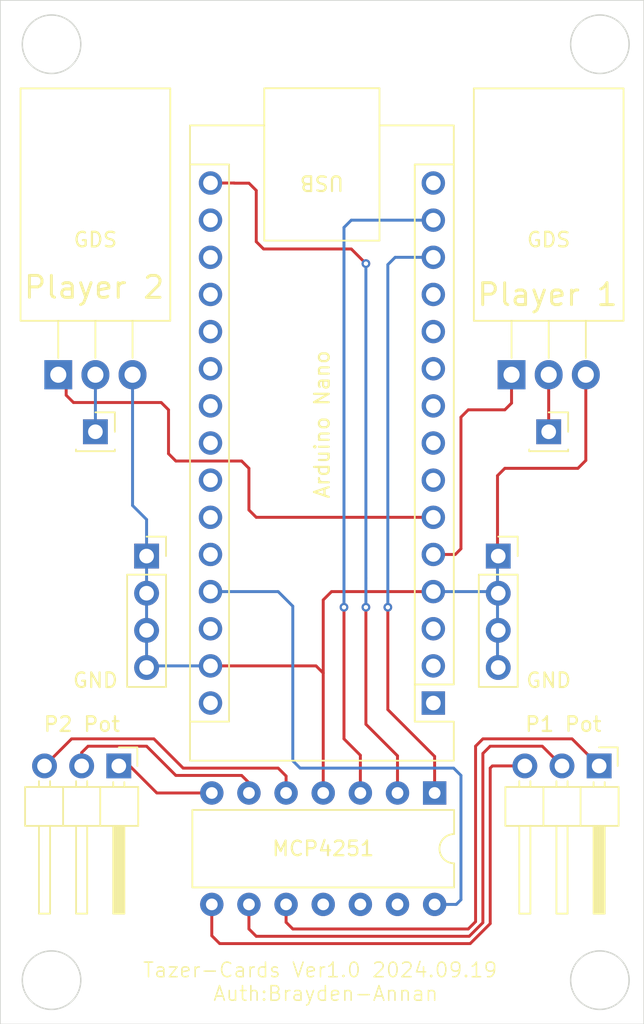
<source format=kicad_pcb>
(kicad_pcb (version 20240108) (generator "pcbnew") (generator_version "8.0")
  (layers (0 "F.Cu" signal) (31 "B.Cu" signal) (34 "B.Paste" user) (35 "F.Paste" user) (36 "B.SilkS" user "B.Silkscreen") (37 "F.SilkS" user "F.Silkscreen") (38 "B.Mask" user) (39 "F.Mask" user) (44 "Edge.Cuts" user))
  (net 0 "")
  (net 6 "GND")
  (net 10 "D3")
  (net 14 "5V")
  (net 19 "D10")
  (net 20 "D2")
  (net 22 "D11")
  (net 25 "D13")
  (net 31 "MCP9")
  (net 32 "MCP10")
  (net 33 "MCP6")
  (net 34 "MCP8")
  (net 36 "MCP5")
  (net 37 "MCP7")
  (net 39 "Net-(J2-Pin_1)")
  (net 40 "Net-(J6-Pin_1)")
  (footprint "Package_TO_SOT_THT:TO-220-3_Horizontal_TabDown" (layer "F.Cu") (at 162.46 87.6)
    (property "Reference" "Q1" (hide yes))
    (property "Value" "GDS" (at 2.54 -9.23 0) (layer "F.SilkS"))
    (fp_line (start -2.58 -19.58) (end -2.58 -3.69) (stroke (width 0.12)) (layer "F.SilkS"))
    (fp_line (start -2.58 -19.58) (end 7.66 -19.58) (stroke (width 0.12)) (layer "F.SilkS"))
    (fp_line (start -2.58 -3.69) (end 7.66 -3.69) (stroke (width 0.12)) (layer "F.SilkS"))
    (fp_line (start 0 -3.69) (end 0 -1.15) (stroke (width 0.12)) (layer "F.SilkS"))
    (fp_line (start 2.54 -3.69) (end 2.54 -1.15) (stroke (width 0.12)) (layer "F.SilkS"))
    (fp_line (start 5.08 -3.69) (end 5.08 -1.15) (stroke (width 0.12)) (layer "F.SilkS"))
    (fp_line (start 7.66 -19.58) (end 7.66 -3.69) (stroke (width 0.12)) (layer "F.SilkS"))
    (pad "" np_thru_hole oval (at 2.54 -16.66) (size 3.5 3.5) (drill 3.5) (layers "*.Cu" "*.Mask"))
    (pad "1" thru_hole rect (at 0 0) (size 1.905 2) (drill 1.1) (layers "*.Cu" "*.Mask") (net 20 "D2"))
    (pad "2" thru_hole oval (at 2.54 0) (size 1.905 2) (drill 1.1) (layers "*.Cu" "*.Mask") (net 39 "Net-(J2-Pin_1)"))
    (pad "3" thru_hole oval (at 5.08 0) (size 1.905 2) (drill 1.1) (layers "*.Cu" "*.Mask") (net 6 "GND"))
  )
  (footprint "Module:Arduino_Nano" (layer "F.Cu") (at 157.11 110.05 180)
    (property "Reference" "A2" (hide yes))
    (property "Value" "Arduino Nano" (at 7.61 19.05 90) (layer "F.SilkS"))
    (fp_line (start 16.64 39.5) (end 16.64 -3.94) (stroke (width 0.12)) (layer "F.SilkS"))
    (fp_line (start 16.64 39.5) (end 11.56 39.5) (stroke (width 0.12)) (layer "F.SilkS"))
    (fp_line (start 16.64 -3.94) (end -1.4 -3.94) (stroke (width 0.12)) (layer "F.SilkS"))
    (fp_line (start 13.97 36.83) (end 16.64 36.83) (stroke (width 0.12)) (layer "F.SilkS"))
    (fp_line (start 13.97 -1.27) (end 16.64 -1.27) (stroke (width 0.12)) (layer "F.SilkS"))
    (fp_line (start 13.97 -1.27) (end 13.97 36.83) (stroke (width 0.12)) (layer "F.SilkS"))
    (fp_line (start 11.56 42.04) (end 3.68 42.04) (stroke (width 0.12)) (layer "F.SilkS"))
    (fp_line (start 11.56 31.62) (end 11.56 42.04) (stroke (width 0.12)) (layer "F.SilkS"))
    (fp_line (start 3.68 42.04) (end 3.68 31.62) (stroke (width 0.12)) (layer "F.SilkS"))
    (fp_line (start 3.68 31.62) (end 11.56 31.62) (stroke (width 0.12)) (layer "F.SilkS"))
    (fp_line (start 1.27 36.83) (end -1.4 36.83) (stroke (width 0.12)) (layer "F.SilkS"))
    (fp_line (start 1.27 1.27) (end 1.27 36.83) (stroke (width 0.12)) (layer "F.SilkS"))
    (fp_line (start 1.27 1.27) (end 1.27 -1.27) (stroke (width 0.12)) (layer "F.SilkS"))
    (fp_line (start 1.27 1.27) (end -1.4 1.27) (stroke (width 0.12)) (layer "F.SilkS"))
    (fp_line (start 1.27 -1.27) (end -1.4 -1.27) (stroke (width 0.12)) (layer "F.SilkS"))
    (fp_line (start -1.4 39.5) (end 3.68 39.5) (stroke (width 0.12)) (layer "F.SilkS"))
    (fp_line (start -1.4 1.27) (end -1.4 39.5) (stroke (width 0.12)) (layer "F.SilkS"))
    (fp_line (start -1.4 -3.94) (end -1.4 -1.27) (stroke (width 0.12)) (layer "F.SilkS"))
    (fp_text user "USB" (at 7.62 35.56 180) (layer "F.SilkS"))
    (pad "1" thru_hole rect (at 0 0 180) (size 1.6 1.6) (drill 1) (layers "*.Cu" "*.Mask"))
    (pad "2" thru_hole oval (at 0 2.54 180) (size 1.6 1.6) (drill 1) (layers "*.Cu" "*.Mask"))
    (pad "3" thru_hole oval (at 0 5.08 180) (size 1.6 1.6) (drill 1) (layers "*.Cu" "*.Mask"))
    (pad "4" thru_hole oval (at 0 7.62 180) (size 1.6 1.6) (drill 1) (layers "*.Cu" "*.Mask") (net 6 "GND"))
    (pad "5" thru_hole oval (at 0 10.16 180) (size 1.6 1.6) (drill 1) (layers "*.Cu" "*.Mask") (net 20 "D2"))
    (pad "6" thru_hole oval (at 0 12.7 180) (size 1.6 1.6) (drill 1) (layers "*.Cu" "*.Mask") (net 10 "D3"))
    (pad "7" thru_hole oval (at 0 15.24 180) (size 1.6 1.6) (drill 1) (layers "*.Cu" "*.Mask"))
    (pad "8" thru_hole oval (at 0 17.78 180) (size 1.6 1.6) (drill 1) (layers "*.Cu" "*.Mask"))
    (pad "9" thru_hole oval (at 0 20.32 180) (size 1.6 1.6) (drill 1) (layers "*.Cu" "*.Mask"))
    (pad "10" thru_hole oval (at 0 22.86 180) (size 1.6 1.6) (drill 1) (layers "*.Cu" "*.Mask"))
    (pad "11" thru_hole oval (at 0 25.4 180) (size 1.6 1.6) (drill 1) (layers "*.Cu" "*.Mask"))
    (pad "12" thru_hole oval (at 0 27.94 180) (size 1.6 1.6) (drill 1) (layers "*.Cu" "*.Mask"))
    (pad "13" thru_hole oval (at 0 30.48 180) (size 1.6 1.6) (drill 1) (layers "*.Cu" "*.Mask") (net 19 "D10"))
    (pad "14" thru_hole oval (at 0 33.02 180) (size 1.6 1.6) (drill 1) (layers "*.Cu" "*.Mask") (net 22 "D11"))
    (pad "15" thru_hole oval (at 0 35.56 180) (size 1.6 1.6) (drill 1) (layers "*.Cu" "*.Mask"))
    (pad "16" thru_hole oval (at 15.24 35.56 180) (size 1.6 1.6) (drill 1) (layers "*.Cu" "*.Mask") (net 25 "D13"))
    (pad "17" thru_hole oval (at 15.24 33.02 180) (size 1.6 1.6) (drill 1) (layers "*.Cu" "*.Mask"))
    (pad "18" thru_hole oval (at 15.24 30.48 180) (size 1.6 1.6) (drill 1) (layers "*.Cu" "*.Mask"))
    (pad "19" thru_hole oval (at 15.24 27.94 180) (size 1.6 1.6) (drill 1) (layers "*.Cu" "*.Mask"))
    (pad "20" thru_hole oval (at 15.24 25.4 180) (size 1.6 1.6) (drill 1) (layers "*.Cu" "*.Mask"))
    (pad "21" thru_hole oval (at 15.24 22.86 180) (size 1.6 1.6) (drill 1) (layers "*.Cu" "*.Mask"))
    (pad "22" thru_hole oval (at 15.24 20.32 180) (size 1.6 1.6) (drill 1) (layers "*.Cu" "*.Mask"))
    (pad "23" thru_hole oval (at 15.24 17.78 180) (size 1.6 1.6) (drill 1) (layers "*.Cu" "*.Mask"))
    (pad "24" thru_hole oval (at 15.24 15.24 180) (size 1.6 1.6) (drill 1) (layers "*.Cu" "*.Mask"))
    (pad "25" thru_hole oval (at 15.24 12.7 180) (size 1.6 1.6) (drill 1) (layers "*.Cu" "*.Mask"))
    (pad "26" thru_hole oval (at 15.24 10.16 180) (size 1.6 1.6) (drill 1) (layers "*.Cu" "*.Mask"))
    (pad "27" thru_hole oval (at 15.24 7.62 180) (size 1.6 1.6) (drill 1) (layers "*.Cu" "*.Mask") (net 14 "5V"))
    (pad "28" thru_hole oval (at 15.24 5.08 180) (size 1.6 1.6) (drill 1) (layers "*.Cu" "*.Mask"))
    (pad "29" thru_hole oval (at 15.24 2.54 180) (size 1.6 1.6) (drill 1) (layers "*.Cu" "*.Mask") (net 6 "GND"))
    (pad "30" thru_hole oval (at 15.24 0 180) (size 1.6 1.6) (drill 1) (layers "*.Cu" "*.Mask"))
  )
  (footprint "Connector_PinSocket_2.54mm:PinSocket_1x01_P2.54mm_Vertical" (layer "F.Cu") (at 134 91.5)
    (property "Reference" "J6" (hide yes))
    (property "Value" "SparkGapNegative" (hide yes))
    (fp_line (start -1.33 1.21) (end -1.33 1.33) (stroke (width 0.12)) (layer "F.SilkS"))
    (fp_line (start -1.33 1.33) (end 1.33 1.33) (stroke (width 0.12)) (layer "F.SilkS"))
    (fp_line (start 0 -1.33) (end 1.33 -1.33) (stroke (width 0.12)) (layer "F.SilkS"))
    (fp_line (start 1.33 -1.33) (end 1.33 0) (stroke (width 0.12)) (layer "F.SilkS"))
    (fp_line (start 1.33 1.21) (end 1.33 1.33) (stroke (width 0.12)) (layer "F.SilkS"))
    (pad "1" thru_hole rect (at 0 0) (size 1.7 1.7) (drill 1) (layers "*.Cu" "*.Mask") (net 40 "Net-(J6-Pin_1)"))
  )
  (footprint "Connector_PinHeader_2.54mm:PinHeader_1x03_P2.54mm_Horizontal" (layer "F.Cu") (at 135.6 114.35 -90)
    (property "Reference" "J4" (hide yes))
    (property "Value" "P2 Pot" (at -2.85 2.525 180) (layer "F.SilkS"))
    (fp_line (start 1.44 6.41) (end 4.1 6.41) (stroke (width 0.12)) (layer "F.SilkS"))
    (fp_line (start 4.1 6.41) (end 4.1 -1.33) (stroke (width 0.12)) (layer "F.SilkS"))
    (fp_line (start 1.042929 5.46) (end 1.44 5.46) (stroke (width 0.12)) (layer "F.SilkS"))
    (fp_line (start 10.1 5.46) (end 4.1 5.46) (stroke (width 0.12)) (layer "F.SilkS"))
    (fp_line (start 1.042929 4.7) (end 1.44 4.7) (stroke (width 0.12)) (layer "F.SilkS"))
    (fp_line (start 4.1 4.7) (end 10.1 4.7) (stroke (width 0.12)) (layer "F.SilkS"))
    (fp_line (start 10.1 4.7) (end 10.1 5.46) (stroke (width 0.12)) (layer "F.SilkS"))
    (fp_line (start 1.44 3.81) (end 4.1 3.81) (stroke (width 0.12)) (layer "F.SilkS"))
    (fp_line (start 1.042929 2.92) (end 1.44 2.92) (stroke (width 0.12)) (layer "F.SilkS"))
    (fp_line (start 10.1 2.92) (end 4.1 2.92) (stroke (width 0.12)) (layer "F.SilkS"))
    (fp_line (start 1.042929 2.16) (end 1.44 2.16) (stroke (width 0.12)) (layer "F.SilkS"))
    (fp_line (start 4.1 2.16) (end 10.1 2.16) (stroke (width 0.12)) (layer "F.SilkS"))
    (fp_line (start 10.1 2.16) (end 10.1 2.92) (stroke (width 0.12)) (layer "F.SilkS"))
    (fp_line (start 1.44 1.27) (end 4.1 1.27) (stroke (width 0.12)) (layer "F.SilkS"))
    (fp_line (start 1.11 0.38) (end 1.44 0.38) (stroke (width 0.12)) (layer "F.SilkS"))
    (fp_line (start 10.1 0.38) (end 4.1 0.38) (stroke (width 0.12)) (layer "F.SilkS"))
    (fp_line (start 4.1 0.28) (end 10.1 0.28) (stroke (width 0.12)) (layer "F.SilkS"))
    (fp_line (start 4.1 0.16) (end 10.1 0.16) (stroke (width 0.12)) (layer "F.SilkS"))
    (fp_line (start 4.1 0.04) (end 10.1 0.04) (stroke (width 0.12)) (layer "F.SilkS"))
    (fp_line (start -1.27 0) (end -1.27 -1.27) (stroke (width 0.12)) (layer "F.SilkS"))
    (fp_line (start 4.1 -0.08) (end 10.1 -0.08) (stroke (width 0.12)) (layer "F.SilkS"))
    (fp_line (start 4.1 -0.2) (end 10.1 -0.2) (stroke (width 0.12)) (layer "F.SilkS"))
    (fp_line (start 4.1 -0.32) (end 10.1 -0.32) (stroke (width 0.12)) (layer "F.SilkS"))
    (fp_line (start 1.11 -0.38) (end 1.44 -0.38) (stroke (width 0.12)) (layer "F.SilkS"))
    (fp_line (start 4.1 -0.38) (end 10.1 -0.38) (stroke (width 0.12)) (layer "F.SilkS"))
    (fp_line (start 10.1 -0.38) (end 10.1 0.38) (stroke (width 0.12)) (layer "F.SilkS"))
    (fp_line (start -1.27 -1.27) (end 0 -1.27) (stroke (width 0.12)) (layer "F.SilkS"))
    (fp_line (start 1.44 -1.33) (end 1.44 6.41) (stroke (width 0.12)) (layer "F.SilkS"))
    (fp_line (start 4.1 -1.33) (end 1.44 -1.33) (stroke (width 0.12)) (layer "F.SilkS"))
    (pad "1" thru_hole rect (at 0 0 270) (size 1.7 1.7) (drill 1) (layers "*.Cu" "*.Mask") (net 37 "MCP7"))
    (pad "2" thru_hole oval (at 0 2.54 270) (size 1.7 1.7) (drill 1) (layers "*.Cu" "*.Mask") (net 33 "MCP6"))
    (pad "3" thru_hole oval (at 0 5.08 270) (size 1.7 1.7) (drill 1) (layers "*.Cu" "*.Mask") (net 36 "MCP5"))
  )
  (footprint "Package_TO_SOT_THT:TO-220-3_Horizontal_TabDown" (layer "F.Cu") (at 131.46 87.6)
    (property "Reference" "Q2" (hide yes))
    (property "Value" "GDS" (at 2.54 -9.23 0) (layer "F.SilkS"))
    (fp_line (start -2.58 -19.58) (end -2.58 -3.69) (stroke (width 0.12)) (layer "F.SilkS"))
    (fp_line (start -2.58 -19.58) (end 7.66 -19.58) (stroke (width 0.12)) (layer "F.SilkS"))
    (fp_line (start -2.58 -3.69) (end 7.66 -3.69) (stroke (width 0.12)) (layer "F.SilkS"))
    (fp_line (start 0 -3.69) (end 0 -1.15) (stroke (width 0.12)) (layer "F.SilkS"))
    (fp_line (start 2.54 -3.69) (end 2.54 -1.15) (stroke (width 0.12)) (layer "F.SilkS"))
    (fp_line (start 5.08 -3.69) (end 5.08 -1.15) (stroke (width 0.12)) (layer "F.SilkS"))
    (fp_line (start 7.66 -19.58) (end 7.66 -3.69) (stroke (width 0.12)) (layer "F.SilkS"))
    (pad "" np_thru_hole oval (at 2.54 -16.66) (size 3.5 3.5) (drill 3.5) (layers "*.Cu" "*.Mask"))
    (pad "1" thru_hole rect (at 0 0) (size 1.905 2) (drill 1.1) (layers "*.Cu" "*.Mask") (net 10 "D3"))
    (pad "2" thru_hole oval (at 2.54 0) (size 1.905 2) (drill 1.1) (layers "*.Cu" "*.Mask") (net 40 "Net-(J6-Pin_1)"))
    (pad "3" thru_hole oval (at 5.08 0) (size 1.905 2) (drill 1.1) (layers "*.Cu" "*.Mask") (net 6 "GND"))
  )
  (footprint "Package_DIP:DIP-14_W7.62mm" (layer "F.Cu") (at 157.2 116.2 -90)
    (property "Reference" "J1" (hide yes))
    (property "Value" "MCP4251" (at 3.8 7.625 0) (layer "F.SilkS"))
    (fp_line (start 1.16 16.57) (end 6.46 16.57) (stroke (width 0.12)) (layer "F.SilkS"))
    (fp_line (start 6.46 16.57) (end 6.46 -1.33) (stroke (width 0.12)) (layer "F.SilkS"))
    (fp_line (start 1.16 -1.33) (end 1.16 16.57) (stroke (width 0.12)) (layer "F.SilkS"))
    (fp_line (start 2.81 -1.33) (end 1.16 -1.33) (stroke (width 0.12)) (layer "F.SilkS"))
    (fp_line (start 6.46 -1.33) (end 4.81 -1.33) (stroke (width 0.12)) (layer "F.SilkS"))
    (fp_arc (start 4.81 -1.33) (mid 3.81 -0.33) (end 2.81 -1.33) (stroke (width 0.12)) (layer "F.SilkS"))
    (pad "1" thru_hole rect (at 0 0 270) (size 1.6 1.6) (drill 0.8) (layers "*.Cu" "*.Mask") (net 19 "D10"))
    (pad "2" thru_hole oval (at 0 2.54 270) (size 1.6 1.6) (drill 0.8) (layers "*.Cu" "*.Mask") (net 25 "D13"))
    (pad "3" thru_hole oval (at 0 5.08 270) (size 1.6 1.6) (drill 0.8) (layers "*.Cu" "*.Mask") (net 22 "D11"))
    (pad "4" thru_hole oval (at 0 7.62 270) (size 1.6 1.6) (drill 0.8) (layers "*.Cu" "*.Mask") (net 6 "GND"))
    (pad "5" thru_hole oval (at 0 10.16 270) (size 1.6 1.6) (drill 0.8) (layers "*.Cu" "*.Mask") (net 36 "MCP5"))
    (pad "6" thru_hole oval (at 0 12.7 270) (size 1.6 1.6) (drill 0.8) (layers "*.Cu" "*.Mask") (net 33 "MCP6"))
    (pad "7" thru_hole oval (at 0 15.24 270) (size 1.6 1.6) (drill 0.8) (layers "*.Cu" "*.Mask") (net 37 "MCP7"))
    (pad "8" thru_hole oval (at 7.62 15.24 270) (size 1.6 1.6) (drill 0.8) (layers "*.Cu" "*.Mask") (net 34 "MCP8"))
    (pad "9" thru_hole oval (at 7.62 12.7 270) (size 1.6 1.6) (drill 0.8) (layers "*.Cu" "*.Mask") (net 31 "MCP9"))
    (pad "10" thru_hole oval (at 7.62 10.16 270) (size 1.6 1.6) (drill 0.8) (layers "*.Cu" "*.Mask") (net 32 "MCP10"))
    (pad "11" thru_hole oval (at 7.62 7.62 270) (size 1.6 1.6) (drill 0.8) (layers "*.Cu" "*.Mask"))
    (pad "12" thru_hole oval (at 7.62 5.08 270) (size 1.6 1.6) (drill 0.8) (layers "*.Cu" "*.Mask"))
    (pad "13" thru_hole oval (at 7.62 2.54 270) (size 1.6 1.6) (drill 0.8) (layers "*.Cu" "*.Mask"))
    (pad "14" thru_hole oval (at 7.62 0 270) (size 1.6 1.6) (drill 0.8) (layers "*.Cu" "*.Mask") (net 14 "5V"))
  )
  (footprint "Connector_PinHeader_2.54mm:PinHeader_1x03_P2.54mm_Horizontal" (layer "F.Cu") (at 168.45 114.35 -90)
    (property "Reference" "J5" (hide yes))
    (property "Value" "P1 Pot" (at -2.85 2.45 180) (layer "F.SilkS"))
    (fp_line (start 1.44 6.41) (end 4.1 6.41) (stroke (width 0.12)) (layer "F.SilkS"))
    (fp_line (start 4.1 6.41) (end 4.1 -1.33) (stroke (width 0.12)) (layer "F.SilkS"))
    (fp_line (start 1.042929 5.46) (end 1.44 5.46) (stroke (width 0.12)) (layer "F.SilkS"))
    (fp_line (start 10.1 5.46) (end 4.1 5.46) (stroke (width 0.12)) (layer "F.SilkS"))
    (fp_line (start 1.042929 4.7) (end 1.44 4.7) (stroke (width 0.12)) (layer "F.SilkS"))
    (fp_line (start 4.1 4.7) (end 10.1 4.7) (stroke (width 0.12)) (layer "F.SilkS"))
    (fp_line (start 10.1 4.7) (end 10.1 5.46) (stroke (width 0.12)) (layer "F.SilkS"))
    (fp_line (start 1.44 3.81) (end 4.1 3.81) (stroke (width 0.12)) (layer "F.SilkS"))
    (fp_line (start 1.042929 2.92) (end 1.44 2.92) (stroke (width 0.12)) (layer "F.SilkS"))
    (fp_line (start 10.1 2.92) (end 4.1 2.92) (stroke (width 0.12)) (layer "F.SilkS"))
    (fp_line (start 1.042929 2.16) (end 1.44 2.16) (stroke (width 0.12)) (layer "F.SilkS"))
    (fp_line (start 4.1 2.16) (end 10.1 2.16) (stroke (width 0.12)) (layer "F.SilkS"))
    (fp_line (start 10.1 2.16) (end 10.1 2.92) (stroke (width 0.12)) (layer "F.SilkS"))
    (fp_line (start 1.44 1.27) (end 4.1 1.27) (stroke (width 0.12)) (layer "F.SilkS"))
    (fp_line (start 1.11 0.38) (end 1.44 0.38) (stroke (width 0.12)) (layer "F.SilkS"))
    (fp_line (start 10.1 0.38) (end 4.1 0.38) (stroke (width 0.12)) (layer "F.SilkS"))
    (fp_line (start 4.1 0.28) (end 10.1 0.28) (stroke (width 0.12)) (layer "F.SilkS"))
    (fp_line (start 4.1 0.16) (end 10.1 0.16) (stroke (width 0.12)) (layer "F.SilkS"))
    (fp_line (start 4.1 0.04) (end 10.1 0.04) (stroke (width 0.12)) (layer "F.SilkS"))
    (fp_line (start -1.27 0) (end -1.27 -1.27) (stroke (width 0.12)) (layer "F.SilkS"))
    (fp_line (start 4.1 -0.08) (end 10.1 -0.08) (stroke (width 0.12)) (layer "F.SilkS"))
    (fp_line (start 4.1 -0.2) (end 10.1 -0.2) (stroke (width 0.12)) (layer "F.SilkS"))
    (fp_line (start 4.1 -0.32) (end 10.1 -0.32) (stroke (width 0.12)) (layer "F.SilkS"))
    (fp_line (start 1.11 -0.38) (end 1.44 -0.38) (stroke (width 0.12)) (layer "F.SilkS"))
    (fp_line (start 4.1 -0.38) (end 10.1 -0.38) (stroke (width 0.12)) (layer "F.SilkS"))
    (fp_line (start 10.1 -0.38) (end 10.1 0.38) (stroke (width 0.12)) (layer "F.SilkS"))
    (fp_line (start -1.27 -1.27) (end 0 -1.27) (stroke (width 0.12)) (layer "F.SilkS"))
    (fp_line (start 1.44 -1.33) (end 1.44 6.41) (stroke (width 0.12)) (layer "F.SilkS"))
    (fp_line (start 4.1 -1.33) (end 1.44 -1.33) (stroke (width 0.12)) (layer "F.SilkS"))
    (pad "1" thru_hole rect (at 0 0 270) (size 1.7 1.7) (drill 1) (layers "*.Cu" "*.Mask") (net 32 "MCP10"))
    (pad "2" thru_hole oval (at 0 2.54 270) (size 1.7 1.7) (drill 1) (layers "*.Cu" "*.Mask") (net 31 "MCP9"))
    (pad "3" thru_hole oval (at 0 5.08 270) (size 1.7 1.7) (drill 1) (layers "*.Cu" "*.Mask") (net 34 "MCP8"))
  )
  (footprint "Connector_PinSocket_2.54mm:PinSocket_1x04_P2.54mm_Vertical" (layer "F.Cu") (at 137.5 100)
    (property "Reference" "J3" (hide yes))
    (property "Value" "GND" (at -3.5 8.5 180) (layer "F.SilkS"))
    (fp_line (start -1.33 1.27) (end -1.33 8.95) (stroke (width 0.12)) (layer "F.SilkS"))
    (fp_line (start -1.33 1.27) (end 1.33 1.27) (stroke (width 0.12)) (layer "F.SilkS"))
    (fp_line (start -1.33 8.95) (end 1.33 8.95) (stroke (width 0.12)) (layer "F.SilkS"))
    (fp_line (start 0 -1.33) (end 1.33 -1.33) (stroke (width 0.12)) (layer "F.SilkS"))
    (fp_line (start 1.33 -1.33) (end 1.33 0) (stroke (width 0.12)) (layer "F.SilkS"))
    (fp_line (start 1.33 1.27) (end 1.33 8.95) (stroke (width 0.12)) (layer "F.SilkS"))
    (pad "1" thru_hole rect (at 0 0) (size 1.7 1.7) (drill 1) (layers "*.Cu" "*.Mask") (net 6 "GND"))
    (pad "2" thru_hole oval (at 0 2.54) (size 1.7 1.7) (drill 1) (layers "*.Cu" "*.Mask") (net 6 "GND"))
    (pad "3" thru_hole oval (at 0 5.08) (size 1.7 1.7) (drill 1) (layers "*.Cu" "*.Mask") (net 6 "GND"))
    (pad "4" thru_hole oval (at 0 7.62) (size 1.7 1.7) (drill 1) (layers "*.Cu" "*.Mask") (net 6 "GND"))
  )
  (footprint "Connector_PinSocket_2.54mm:PinSocket_1x01_P2.54mm_Vertical" (layer "F.Cu") (at 165 91.5)
    (property "Reference" "J2" (hide yes))
    (property "Value" "SparkGapNegative" (hide yes))
    (fp_line (start -1.33 1.21) (end -1.33 1.33) (stroke (width 0.12)) (layer "F.SilkS"))
    (fp_line (start -1.33 1.33) (end 1.33 1.33) (stroke (width 0.12)) (layer "F.SilkS"))
    (fp_line (start 0 -1.33) (end 1.33 -1.33) (stroke (width 0.12)) (layer "F.SilkS"))
    (fp_line (start 1.33 -1.33) (end 1.33 0) (stroke (width 0.12)) (layer "F.SilkS"))
    (fp_line (start 1.33 1.21) (end 1.33 1.33) (stroke (width 0.12)) (layer "F.SilkS"))
    (pad "1" thru_hole rect (at 0 0) (size 1.7 1.7) (drill 1) (layers "*.Cu" "*.Mask") (net 39 "Net-(J2-Pin_1)"))
  )
  (footprint "Connector_PinSocket_2.54mm:PinSocket_1x04_P2.54mm_Vertical" (layer "F.Cu") (at 161.55 100)
    (property "Reference" "J7" (hide yes))
    (property "Value" "GND" (at 3.45 8.5 0) (layer "F.SilkS"))
    (fp_line (start -1.33 1.27) (end -1.33 8.95) (stroke (width 0.12)) (layer "F.SilkS"))
    (fp_line (start -1.33 1.27) (end 1.33 1.27) (stroke (width 0.12)) (layer "F.SilkS"))
    (fp_line (start -1.33 8.95) (end 1.33 8.95) (stroke (width 0.12)) (layer "F.SilkS"))
    (fp_line (start 0 -1.33) (end 1.33 -1.33) (stroke (width 0.12)) (layer "F.SilkS"))
    (fp_line (start 1.33 -1.33) (end 1.33 0) (stroke (width 0.12)) (layer "F.SilkS"))
    (fp_line (start 1.33 1.27) (end 1.33 8.95) (stroke (width 0.12)) (layer "F.SilkS"))
    (pad "1" thru_hole rect (at 0 0) (size 1.7 1.7) (drill 1) (layers "*.Cu" "*.Mask") (net 6 "GND"))
    (pad "2" thru_hole oval (at 0 2.54) (size 1.7 1.7) (drill 1) (layers "*.Cu" "*.Mask") (net 6 "GND"))
    (pad "3" thru_hole oval (at 0 5.08) (size 1.7 1.7) (drill 1) (layers "*.Cu" "*.Mask") (net 6 "GND"))
    (pad "4" thru_hole oval (at 0 7.62) (size 1.7 1.7) (drill 1) (layers "*.Cu" "*.Mask") (net 6 "GND"))
  )
  (gr_circle (center 131 129) (end 133 129) (stroke (width 0.1)) (fill none) (layer "Edge.Cuts"))
  (gr_rect (start 127.5 62) (end 171.5 132) (stroke (width 0.05)) (fill none) (layer "Edge.Cuts"))
  (gr_circle (center 168.5 129) (end 170.5 129) (stroke (width 0.1)) (fill none) (layer "Edge.Cuts"))
  (gr_circle (center 131 65) (end 133 65) (stroke (width 0.1)) (fill none) (layer "Edge.Cuts"))
  (gr_circle (center 168.5 65) (end 170.5 65) (stroke (width 0.1)) (fill none) (layer "Edge.Cuts"))
  (gr_text "Player 2" (at 129 82.5 0) (layer "F.SilkS") (effects (font (size 1.5 1.5) (thickness 0.2)) (justify left bottom)))
  (gr_text "Player 1" (at 160 83 0) (layer "F.SilkS") (effects (font (size 1.5 1.5) (thickness 0.2)) (justify left bottom)))
  (gr_text "Tazer-Cards Ver1.0 2024.09.19 \nAuth:Brayden-Annan" (at 149.75 130.5 0) (layer "F.SilkS") (effects (font (size 1 1) (thickness 0.1)) (justify bottom)))
  (segment (start 150.15 102.43) (end 149.58 103) (width 0.2) (layer "F.Cu") (net 6))
  (segment (start 167.54 87.6) (end 167.54 93.46) (width 0.2) (layer "F.Cu") (net 6))
  (segment (start 142 107.51) (end 149.09 107.51) (width 0.2) (layer "F.Cu") (net 6))
  (segment (start 141.93 107.58) (end 142 107.51) (width 0.2) (layer "F.Cu") (net 6))
  (segment (start 157.35 102.54) (end 157.24 102.43) (width 0.2) (layer "F.Cu") (net 6))
  (segment (start 157.24 102.43) (end 150.15 102.43) (width 0.2) (layer "F.Cu") (net 6))
  (segment (start 162 94) (end 161.5 94.5) (width 0.2) (layer "F.Cu") (net 6))
  (segment (start 167 94) (end 162 94) (width 0.2) (layer "F.Cu") (net 6))
  (segment (start 149.58 108) (end 149.58 116.2) (width 0.2) (layer "F.Cu") (net 6))
  (segment (start 161.5 94.5) (end 161.5 100) (width 0.2) (layer "F.Cu") (net 6))
  (segment (start 167.54 93.46) (end 167 94) (width 0.2) (layer "F.Cu") (net 6))
  (segment (start 149.58 108) (end 149.58 103) (width 0.2) (layer "F.Cu") (net 6))
  (segment (start 149.09 107.51) (end 149.58 108) (width 0.2) (layer "F.Cu") (net 6))
  (segment (start 137.61 107.51) (end 137.5 107.62) (width 0.2) (layer "B.Cu") (net 6))
  (segment (start 161.39 102.43) (end 161.5 102.54) (width 0.2) (layer "B.Cu") (net 6))
  (segment (start 161.5 100) (end 161.5 107.62) (width 0.2) (layer "B.Cu") (net 6))
  (segment (start 137.5 107.62) (end 137.5 100) (width 0.2) (layer "B.Cu") (net 6))
  (segment (start 136.54 96.54) (end 137.5 97.5) (width 0.2) (layer "B.Cu") (net 6))
  (segment (start 136.54 96.54) (end 136.54 87.6) (width 0.2) (layer "B.Cu") (net 6))
  (segment (start 141.87 107.51) (end 137.61 107.51) (width 0.2) (layer "B.Cu") (net 6))
  (segment (start 157.24 102.43) (end 161.39 102.43) (width 0.2) (layer "B.Cu") (net 6))
  (segment (start 141.89 107.62) (end 142 107.51) (width 0.2) (layer "B.Cu") (net 6))
  (segment (start 137.5 97.5) (end 137.5 100) (width 0.2) (layer "B.Cu") (net 6))
  (segment (start 157.24 97.35) (end 145 97.35) (width 0.2) (layer "F.Cu") (net 10))
  (segment (start 138.5 89.5) (end 132.5 89.5) (width 0.2) (layer "F.Cu") (net 10))
  (segment (start 139.5 93.5) (end 139 93) (width 0.2) (layer "F.Cu") (net 10))
  (segment (start 139 90) (end 138.5 89.5) (width 0.2) (layer "F.Cu") (net 10))
  (segment (start 132 88.14) (end 131.46 87.6) (width 0.2) (layer "F.Cu") (net 10))
  (segment (start 144.5 96.85) (end 144.5 94) (width 0.2) (layer "F.Cu") (net 10))
  (segment (start 144.5 94) (end 144 93.5) (width 0.2) (layer "F.Cu") (net 10))
  (segment (start 132.5 89.5) (end 132 89) (width 0.2) (layer "F.Cu") (net 10))
  (segment (start 132 89) (end 132 88.14) (width 0.2) (layer "F.Cu") (net 10))
  (segment (start 145 97.35) (end 144.5 96.85) (width 0.2) (layer "F.Cu") (net 10))
  (segment (start 144 93.5) (end 139.5 93.5) (width 0.2) (layer "F.Cu") (net 10))
  (segment (start 139 93) (end 139 90) (width 0.2) (layer "F.Cu") (net 10))
  (segment (start 148 114.5) (end 158.5 114.5) (width 0.2) (layer "B.Cu") (net 14))
  (segment (start 147.5 114) (end 148 114.5) (width 0.2) (layer "B.Cu") (net 14))
  (segment (start 158.68 123.82) (end 159 123.5) (width 0.2) (layer "B.Cu") (net 14))
  (segment (start 159 115) (end 158.5 114.5) (width 0.2) (layer "B.Cu") (net 14))
  (segment (start 142 102.43) (end 146.5 102.43) (width 0.2) (layer "B.Cu") (net 14))
  (segment (start 157.2 123.82) (end 158.68 123.82) (width 0.2) (layer "B.Cu") (net 14))
  (segment (start 159 123.5) (end 159 115) (width 0.2) (layer "B.Cu") (net 14))
  (segment (start 146.5 102.43) (end 147.5 103.43) (width 0.2) (layer "B.Cu") (net 14))
  (segment (start 147.5 103.43) (end 147.5 114) (width 0.2) (layer "B.Cu") (net 14))
  (segment (start 157.2 113.7) (end 154 110.5) (width 0.2) (layer "F.Cu") (net 19))
  (segment (start 157.2 116.2) (end 157.2 113.7) (width 0.2) (layer "F.Cu") (net 19))
  (segment (start 154 110.5) (end 154 103.5) (width 0.2) (layer "F.Cu") (net 19))
  (via (at 154 103.5) (size 0.6) (drill 0.3) (layers "F.Cu" "B.Cu") (net 19))
  (segment (start 154 103.5) (end 154 80.07) (width 0.2) (layer "B.Cu") (net 19))
  (segment (start 157.24 79.57) (end 154.5 79.57) (width 0.2) (layer "B.Cu") (net 19))
  (segment (start 154 80.07) (end 154.5 79.57) (width 0.2) (layer "B.Cu") (net 19))
  (segment (start 159 90.5) (end 159.5 90) (width 0.2) (layer "F.Cu") (net 20))
  (segment (start 158.61 99.89) (end 159 99.5) (width 0.2) (layer "F.Cu") (net 20))
  (segment (start 162.46 87.6) (end 162.46 89.54) (width 0.2) (layer "F.Cu") (net 20))
  (segment (start 159 99.5) (end 159 90.5) (width 0.2) (layer "F.Cu") (net 20))
  (segment (start 162.46 89.54) (end 162 90) (width 0.2) (layer "F.Cu") (net 20))
  (segment (start 157.24 99.89) (end 158.61 99.89) (width 0.2) (layer "F.Cu") (net 20))
  (segment (start 159.5 90) (end 162 90) (width 0.2) (layer "F.Cu") (net 20))
  (segment (start 151 112.5) (end 151 103.5) (width 0.2) (layer "F.Cu") (net 22))
  (segment (start 152.12 113.62) (end 151 112.5) (width 0.2) (layer "F.Cu") (net 22))
  (segment (start 152.12 116.2) (end 152.12 113.62) (width 0.2) (layer "F.Cu") (net 22))
  (via (at 151 103.5) (size 0.6) (drill 0.3) (layers "F.Cu" "B.Cu") (net 22))
  (segment (start 157.24 77.03) (end 151.5 77.03) (width 0.2) (layer "B.Cu") (net 22))
  (segment (start 151 103.5) (end 151 77.53) (width 0.2) (layer "B.Cu") (net 22))
  (segment (start 151 77.53) (end 151.5 77.03) (width 0.2) (layer "B.Cu") (net 22))
  (segment (start 154.66 113.66) (end 152.5 111.5) (width 0.2) (layer "F.Cu") (net 25))
  (segment (start 145.5 79) (end 145 78.5) (width 0.2) (layer "F.Cu") (net 25))
  (segment (start 143.5 74.5) (end 143.49 74.49) (width 0.2) (layer "F.Cu") (net 25))
  (segment (start 145 75) (end 144.5 74.5) (width 0.2) (layer "F.Cu") (net 25))
  (segment (start 145 78.5) (end 145 75) (width 0.2) (layer "F.Cu") (net 25))
  (segment (start 152.5 111.5) (end 152.5 103.5) (width 0.2) (layer "F.Cu") (net 25))
  (segment (start 154.66 116.2) (end 154.66 113.66) (width 0.2) (layer "F.Cu") (net 25))
  (segment (start 152.5 80) (end 151.5 79) (width 0.2) (layer "F.Cu") (net 25))
  (segment (start 144.5 74.5) (end 143.5 74.5) (width 0.2) (layer "F.Cu") (net 25))
  (segment (start 143.49 74.49) (end 142 74.49) (width 0.2) (layer "F.Cu") (net 25))
  (segment (start 151.5 79) (end 145.5 79) (width 0.2) (layer "F.Cu") (net 25))
  (via (at 152.5 80) (size 0.6) (drill 0.3) (layers "F.Cu" "B.Cu") (net 25))
  (via (at 152.5 103.5) (size 0.6) (drill 0.3) (layers "F.Cu" "B.Cu") (net 25))
  (segment (start 152.5 101.5) (end 152.5 80) (width 0.2) (layer "B.Cu") (net 25))
  (segment (start 152.5 103.5) (end 152.5 101.5) (width 0.2) (layer "B.Cu") (net 25))
  (segment (start 144.5 125.5) (end 144.5 123.82) (width 0.2) (layer "F.Cu") (net 31))
  (segment (start 159.565686 126) (end 145 126) (width 0.2) (layer "F.Cu") (net 31))
  (segment (start 145 126) (end 144.5 125.5) (width 0.2) (layer "F.Cu") (net 31))
  (segment (start 161 113) (end 160.5 113.5) (width 0.2) (layer "F.Cu") (net 31))
  (segment (start 160.5 113.5) (end 160.5 125.065686) (width 0.2) (layer "F.Cu") (net 31))
  (segment (start 160.5 125.065686) (end 159.565686 126) (width 0.2) (layer "F.Cu") (net 31))
  (segment (start 165.91 114.35) (end 164.56 113) (width 0.2) (layer "F.Cu") (net 31))
  (segment (start 164.56 113) (end 161 113) (width 0.2) (layer "F.Cu") (net 31))
  (segment (start 160 113) (end 160 125) (width 0.2) (layer "F.Cu") (net 32))
  (segment (start 166.6 112.5) (end 160.5 112.5) (width 0.2) (layer "F.Cu") (net 32))
  (segment (start 160 125) (end 159.5 125.5) (width 0.2) (layer "F.Cu") (net 32))
  (segment (start 159.5 125.5) (end 147.5 125.5) (width 0.2) (layer "F.Cu") (net 32))
  (segment (start 160.5 112.5) (end 160 113) (width 0.2) (layer "F.Cu") (net 32))
  (segment (start 147.04 125.04) (end 147.04 123.82) (width 0.2) (layer "F.Cu") (net 32))
  (segment (start 147.5 125.5) (end 147.04 125.04) (width 0.2) (layer "F.Cu") (net 32))
  (segment (start 168.45 114.35) (end 166.6 112.5) (width 0.2) (layer "F.Cu") (net 32))
  (segment (start 133.06 113.44) (end 133.06 114.35) (width 0.2) (layer "F.Cu") (net 33))
  (segment (start 139.5 115) (end 137.5 113) (width 0.2) (layer "F.Cu") (net 33))
  (segment (start 144 115) (end 139.5 115) (width 0.2) (layer "F.Cu") (net 33))
  (segment (start 133.5 113) (end 133.06 113.44) (width 0.2) (layer "F.Cu") (net 33))
  (segment (start 137.5 113) (end 133.5 113) (width 0.2) (layer "F.Cu") (net 33))
  (segment (start 144.5 115.5) (end 144 115) (width 0.2) (layer "F.Cu") (net 33))
  (segment (start 144.5 116.2) (end 144.5 115.5) (width 0.2) (layer "F.Cu") (net 33))
  (segment (start 142.5 126.5) (end 141.96 125.96) (width 0.2) (layer "F.Cu") (net 34))
  (segment (start 159.631372 126.5) (end 142.5 126.5) (width 0.2) (layer "F.Cu") (net 34))
  (segment (start 163.37 114.35) (end 161.15 114.35) (width 0.2) (layer "F.Cu") (net 34))
  (segment (start 161 125.131372) (end 159.631372 126.5) (width 0.2) (layer "F.Cu") (net 34))
  (segment (start 161.15 114.35) (end 161 114.5) (width 0.2) (layer "F.Cu") (net 34))
  (segment (start 161 114.5) (end 161 125.131372) (width 0.2) (layer "F.Cu") (net 34))
  (segment (start 141.96 125.96) (end 141.96 123.82) (width 0.2) (layer "F.Cu") (net 34))
  (segment (start 138 112.5) (end 132.37 112.5) (width 0.2) (layer "F.Cu") (net 36))
  (segment (start 147.04 116.2) (end 147.04 115.04) (width 0.2) (layer "F.Cu") (net 36))
  (segment (start 147.04 115.04) (end 146.5 114.5) (width 0.2) (layer "F.Cu") (net 36))
  (segment (start 132.37 112.5) (end 130.52 114.35) (width 0.2) (layer "F.Cu") (net 36))
  (segment (start 146.5 114.5) (end 140 114.5) (width 0.2) (layer "F.Cu") (net 36))
  (segment (start 140 114.5) (end 138 112.5) (width 0.2) (layer "F.Cu") (net 36))
  (segment (start 138.2 116.2) (end 136.35 114.35) (width 0.2) (layer "F.Cu") (net 37))
  (segment (start 136.35 114.35) (end 135.6 114.35) (width 0.2) (layer "F.Cu") (net 37))
  (segment (start 141.96 116.2) (end 138.2 116.2) (width 0.2) (layer "F.Cu") (net 37))
  (segment (start 165 87.6) (end 165 91.5) (width 0.2) (layer "F.Cu") (net 39))
  (segment (start 134 87.6) (end 134 91.5) (width 0.2) (layer "B.Cu") (net 40))
)
</source>
